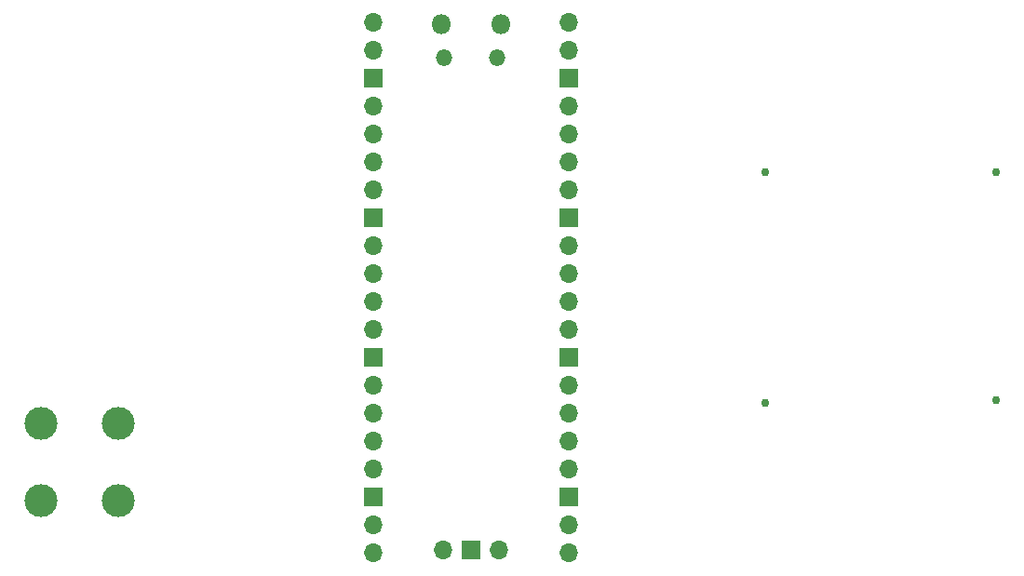
<source format=gbs>
G04 #@! TF.GenerationSoftware,KiCad,Pcbnew,8.0.8*
G04 #@! TF.CreationDate,2025-04-19T00:37:25+02:00*
G04 #@! TF.ProjectId,noise_reduction_microphone,6e6f6973-655f-4726-9564-756374696f6e,rev?*
G04 #@! TF.SameCoordinates,Original*
G04 #@! TF.FileFunction,Soldermask,Bot*
G04 #@! TF.FilePolarity,Negative*
%FSLAX46Y46*%
G04 Gerber Fmt 4.6, Leading zero omitted, Abs format (unit mm)*
G04 Created by KiCad (PCBNEW 8.0.8) date 2025-04-19 00:37:25*
%MOMM*%
%LPD*%
G01*
G04 APERTURE LIST*
%ADD10C,3.000000*%
%ADD11O,1.800000X1.800000*%
%ADD12O,1.500000X1.500000*%
%ADD13O,1.700000X1.700000*%
%ADD14R,1.700000X1.700000*%
%ADD15C,0.750000*%
G04 APERTURE END LIST*
D10*
G04 #@! TO.C,J4*
X86000000Y-121000000D03*
G04 #@! TD*
G04 #@! TO.C,J3*
X86000000Y-114000000D03*
G04 #@! TD*
G04 #@! TO.C,J2*
X79000000Y-114000000D03*
G04 #@! TD*
G04 #@! TO.C,J1*
X79000000Y-121000000D03*
G04 #@! TD*
D11*
G04 #@! TO.C,U2*
X115385000Y-77650000D03*
D12*
X115685000Y-80680000D03*
X120535000Y-80680000D03*
D11*
X120835000Y-77650000D03*
D13*
X109220000Y-77520000D03*
X109220000Y-80060000D03*
D14*
X109220000Y-82600000D03*
D13*
X109220000Y-85140000D03*
X109220000Y-87680000D03*
X109220000Y-90220000D03*
X109220000Y-92760000D03*
D14*
X109220000Y-95300000D03*
D13*
X109220000Y-97840000D03*
X109220000Y-100380000D03*
X109220000Y-102920000D03*
X109220000Y-105460000D03*
D14*
X109220000Y-108000000D03*
D13*
X109220000Y-110540000D03*
X109220000Y-113080000D03*
X109220000Y-115620000D03*
X109220000Y-118160000D03*
D14*
X109220000Y-120700000D03*
D13*
X109220000Y-123240000D03*
X109220000Y-125780000D03*
X127000000Y-125780000D03*
X127000000Y-123240000D03*
D14*
X127000000Y-120700000D03*
D13*
X127000000Y-118160000D03*
X127000000Y-115620000D03*
X127000000Y-113080000D03*
X127000000Y-110540000D03*
D14*
X127000000Y-108000000D03*
D13*
X127000000Y-105460000D03*
X127000000Y-102920000D03*
X127000000Y-100380000D03*
X127000000Y-97840000D03*
D14*
X127000000Y-95300000D03*
D13*
X127000000Y-92760000D03*
X127000000Y-90220000D03*
X127000000Y-87680000D03*
X127000000Y-85140000D03*
D14*
X127000000Y-82600000D03*
D13*
X127000000Y-80060000D03*
X127000000Y-77520000D03*
X115570000Y-125550000D03*
D14*
X118110000Y-125550000D03*
D13*
X120650000Y-125550000D03*
G04 #@! TD*
D15*
G04 #@! TO.C,MK1*
X144840000Y-91130000D03*
G04 #@! TD*
G04 #@! TO.C,MK4*
X144840000Y-112130000D03*
G04 #@! TD*
G04 #@! TO.C,MK2*
X165840000Y-91130000D03*
G04 #@! TD*
G04 #@! TO.C,MK3*
X165840000Y-111870000D03*
G04 #@! TD*
M02*

</source>
